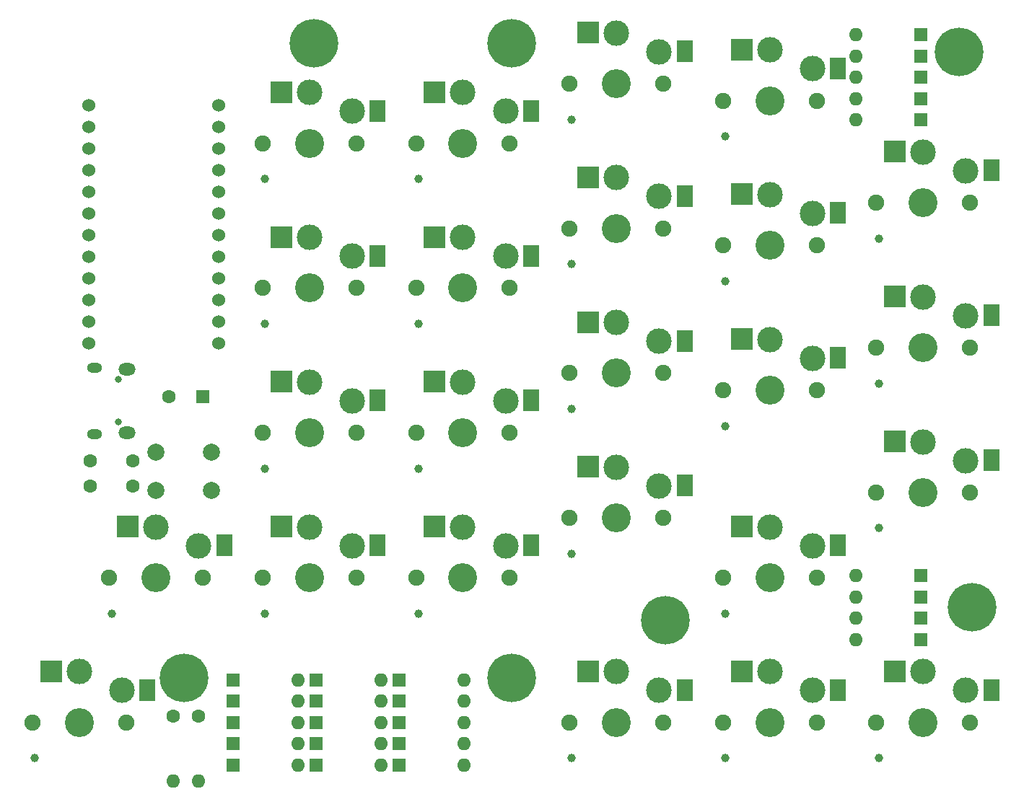
<source format=gbs>
%TF.GenerationSoftware,KiCad,Pcbnew,(5.99.0-12766-g4a3658027e)*%
%TF.CreationDate,2021-12-04T14:11:47+09:00*%
%TF.ProjectId,right,72696768-742e-46b6-9963-61645f706362,rev?*%
%TF.SameCoordinates,Original*%
%TF.FileFunction,Soldermask,Bot*%
%TF.FilePolarity,Negative*%
%FSLAX46Y46*%
G04 Gerber Fmt 4.6, Leading zero omitted, Abs format (unit mm)*
G04 Created by KiCad (PCBNEW (5.99.0-12766-g4a3658027e)) date 2021-12-04 14:11:47*
%MOMM*%
%LPD*%
G01*
G04 APERTURE LIST*
%ADD10R,1.600000X1.600000*%
%ADD11O,1.600000X1.600000*%
%ADD12C,1.600000*%
%ADD13C,3.000000*%
%ADD14C,3.400000*%
%ADD15C,1.900000*%
%ADD16C,0.990600*%
%ADD17R,2.600000X2.600000*%
%ADD18R,1.950000X2.600000*%
%ADD19C,2.000000*%
%ADD20C,1.524000*%
%ADD21C,5.700000*%
%ADD22O,0.800000X0.800000*%
%ADD23O,1.800000X1.150000*%
%ADD24O,2.000000X1.450000*%
G04 APERTURE END LIST*
D10*
%TO.C,D24*%
X265750000Y-20500000D03*
D11*
X258130000Y-20500000D03*
%TD*%
D10*
%TO.C,D27*%
X185000000Y-96250000D03*
D11*
X192620000Y-96250000D03*
%TD*%
D10*
%TO.C,D28*%
X265750000Y-84000000D03*
D11*
X258130000Y-84000000D03*
%TD*%
D10*
%TO.C,D29*%
X265750000Y-23000000D03*
D11*
X258130000Y-23000000D03*
%TD*%
D10*
%TO.C,D30*%
X204500000Y-98750000D03*
D11*
X212120000Y-98750000D03*
%TD*%
D10*
%TO.C,D32*%
X185000000Y-98750000D03*
D11*
X192620000Y-98750000D03*
%TD*%
D10*
%TO.C,D34*%
X265750000Y-25500000D03*
D11*
X258130000Y-25500000D03*
%TD*%
D10*
%TO.C,D35*%
X204500000Y-101250000D03*
D11*
X212120000Y-101250000D03*
%TD*%
D10*
%TO.C,D38*%
X265750000Y-86500000D03*
D11*
X258130000Y-86500000D03*
%TD*%
D10*
%TO.C,D40*%
X204500000Y-103750000D03*
D11*
X212120000Y-103750000D03*
%TD*%
D10*
%TO.C,D41*%
X194750000Y-103750000D03*
D11*
X202370000Y-103750000D03*
%TD*%
D10*
%TO.C,D42*%
X185000000Y-103750000D03*
D11*
X192620000Y-103750000D03*
%TD*%
D10*
%TO.C,D43*%
X265750000Y-30500000D03*
D11*
X258130000Y-30500000D03*
%TD*%
D10*
%TO.C,D44*%
X204500000Y-106250000D03*
D11*
X212120000Y-106250000D03*
%TD*%
D10*
%TO.C,D45*%
X194750000Y-106250000D03*
D11*
X202370000Y-106250000D03*
%TD*%
D12*
%TO.C,R3*%
X178000000Y-100500000D03*
D11*
X178000000Y-108120000D03*
%TD*%
D13*
%TO.C,SW24*%
X199000000Y-29500000D03*
X194000000Y-27300000D03*
D14*
X194000000Y-33250000D03*
D15*
X188500000Y-33250000D03*
D16*
X188780000Y-37450000D03*
D15*
X199500000Y-33250000D03*
D17*
X190700000Y-27250000D03*
D18*
X202000000Y-29450000D03*
%TD*%
D15*
%TO.C,SW25*%
X199500000Y-50250000D03*
D16*
X188780000Y-54450000D03*
D15*
X188500000Y-50250000D03*
D13*
X194000000Y-44300000D03*
X199000000Y-46500000D03*
D14*
X194000000Y-50250000D03*
D17*
X190700000Y-44250000D03*
D18*
X202000000Y-46450000D03*
%TD*%
D14*
%TO.C,SW26*%
X194000000Y-67250000D03*
D15*
X188500000Y-67250000D03*
D16*
X188780000Y-71450000D03*
D15*
X199500000Y-67250000D03*
D13*
X194000000Y-61300000D03*
X199000000Y-63500000D03*
D17*
X190700000Y-61250000D03*
D18*
X202000000Y-63450000D03*
%TD*%
D16*
%TO.C,SW28*%
X224780000Y-105450000D03*
D14*
X230000000Y-101250000D03*
D13*
X235000000Y-97500000D03*
D15*
X235500000Y-101250000D03*
D13*
X230000000Y-95300000D03*
D15*
X224500000Y-101250000D03*
D17*
X226700000Y-95250000D03*
D18*
X238000000Y-97450000D03*
%TD*%
D14*
%TO.C,SW29*%
X212000000Y-33250000D03*
D16*
X206780000Y-37450000D03*
D15*
X217500000Y-33250000D03*
D13*
X212000000Y-27300000D03*
X217000000Y-29500000D03*
D15*
X206500000Y-33250000D03*
D17*
X208700000Y-27250000D03*
D18*
X220000000Y-29450000D03*
%TD*%
D13*
%TO.C,SW30*%
X217000000Y-46500000D03*
X212000000Y-44300000D03*
D15*
X206500000Y-50250000D03*
D14*
X212000000Y-50250000D03*
D16*
X206780000Y-54450000D03*
D15*
X217500000Y-50250000D03*
D17*
X208700000Y-44250000D03*
D18*
X220000000Y-46450000D03*
%TD*%
D14*
%TO.C,SW31*%
X212000000Y-67250000D03*
D15*
X206500000Y-67250000D03*
X217500000Y-67250000D03*
D13*
X212000000Y-61300000D03*
X217000000Y-63500000D03*
D16*
X206780000Y-71450000D03*
D17*
X208700000Y-61250000D03*
D18*
X220000000Y-63450000D03*
%TD*%
D15*
%TO.C,SW33*%
X253500000Y-84250000D03*
D13*
X253000000Y-80500000D03*
D16*
X242780000Y-88450000D03*
D15*
X242500000Y-84250000D03*
D14*
X248000000Y-84250000D03*
D13*
X248000000Y-78300000D03*
D17*
X244700000Y-78250000D03*
D18*
X256000000Y-80450000D03*
%TD*%
D16*
%TO.C,SW34*%
X224780000Y-30450000D03*
D15*
X235500000Y-26250000D03*
D13*
X230000000Y-20300000D03*
D14*
X230000000Y-26250000D03*
D13*
X235000000Y-22500000D03*
D15*
X224500000Y-26250000D03*
D17*
X226700000Y-20250000D03*
D18*
X238000000Y-22450000D03*
%TD*%
D16*
%TO.C,SW35*%
X224780000Y-47450000D03*
D14*
X230000000Y-43250000D03*
D15*
X224500000Y-43250000D03*
X235500000Y-43250000D03*
D13*
X230000000Y-37300000D03*
X235000000Y-39500000D03*
D17*
X226700000Y-37250000D03*
D18*
X238000000Y-39450000D03*
%TD*%
D15*
%TO.C,SW36*%
X235500000Y-60250000D03*
D13*
X235000000Y-56500000D03*
D15*
X224500000Y-60250000D03*
D14*
X230000000Y-60250000D03*
D13*
X230000000Y-54300000D03*
D16*
X224780000Y-64450000D03*
D17*
X226700000Y-54250000D03*
D18*
X238000000Y-56450000D03*
%TD*%
D15*
%TO.C,SW38*%
X253500000Y-101250000D03*
D13*
X253000000Y-97500000D03*
X248000000Y-95300000D03*
D15*
X242500000Y-101250000D03*
D14*
X248000000Y-101250000D03*
D16*
X242780000Y-105450000D03*
D17*
X244700000Y-95250000D03*
D18*
X256000000Y-97450000D03*
%TD*%
D13*
%TO.C,SW39*%
X248000000Y-22300000D03*
X253000000Y-24500000D03*
D15*
X242500000Y-28250000D03*
D16*
X242780000Y-32450000D03*
D15*
X253500000Y-28250000D03*
D14*
X248000000Y-28250000D03*
D17*
X244700000Y-22250000D03*
D18*
X256000000Y-24450000D03*
%TD*%
D15*
%TO.C,SW40*%
X242500000Y-45250000D03*
X253500000Y-45250000D03*
D16*
X242780000Y-49450000D03*
D14*
X248000000Y-45250000D03*
D13*
X253000000Y-41500000D03*
X248000000Y-39300000D03*
D17*
X244700000Y-39250000D03*
D18*
X256000000Y-41450000D03*
%TD*%
D13*
%TO.C,SW41*%
X248000000Y-56300000D03*
D15*
X242500000Y-62250000D03*
D16*
X242780000Y-66450000D03*
D13*
X253000000Y-58500000D03*
D15*
X253500000Y-62250000D03*
D14*
X248000000Y-62250000D03*
D17*
X244700000Y-56250000D03*
D18*
X256000000Y-58450000D03*
%TD*%
D13*
%TO.C,SW43*%
X266000000Y-34300000D03*
D15*
X260500000Y-40250000D03*
D14*
X266000000Y-40250000D03*
D13*
X271000000Y-36500000D03*
D16*
X260780000Y-44450000D03*
D15*
X271500000Y-40250000D03*
D17*
X262700000Y-34250000D03*
D18*
X274000000Y-36450000D03*
%TD*%
D13*
%TO.C,SW44*%
X266000000Y-51300000D03*
D16*
X260780000Y-61450000D03*
D14*
X266000000Y-57250000D03*
D13*
X271000000Y-53500000D03*
D15*
X260500000Y-57250000D03*
X271500000Y-57250000D03*
D17*
X262700000Y-51250000D03*
D18*
X274000000Y-53450000D03*
%TD*%
D15*
%TO.C,SW45*%
X260500000Y-74250000D03*
D13*
X271000000Y-70500000D03*
D14*
X266000000Y-74250000D03*
D15*
X271500000Y-74250000D03*
D16*
X260780000Y-78450000D03*
D13*
X266000000Y-68300000D03*
D17*
X262700000Y-68250000D03*
D18*
X274000000Y-70450000D03*
%TD*%
D19*
%TO.C,SW48*%
X176000000Y-74000000D03*
X182500000Y-74000000D03*
X176000000Y-69500000D03*
X182500000Y-69500000D03*
%TD*%
D20*
%TO.C,U2*%
X183361400Y-28772000D03*
X183361400Y-31312000D03*
X183361400Y-33852000D03*
X183361400Y-36392000D03*
X183361400Y-38932000D03*
X183361400Y-41472000D03*
X183361400Y-44012000D03*
X183361400Y-46552000D03*
X183361400Y-49092000D03*
X183361400Y-51632000D03*
X183361400Y-54172000D03*
X183361400Y-56712000D03*
X168141400Y-56712000D03*
X168141400Y-54172000D03*
X168141400Y-51632000D03*
X168141400Y-49092000D03*
X168141400Y-46552000D03*
X168141400Y-44012000D03*
X168141400Y-41472000D03*
X168141400Y-38932000D03*
X168141400Y-36392000D03*
X168141400Y-33852000D03*
X168141400Y-31312000D03*
X168141400Y-28772000D03*
%TD*%
D10*
%TO.C,D25*%
X204500000Y-96250000D03*
D11*
X212120000Y-96250000D03*
%TD*%
D10*
%TO.C,D26*%
X194750000Y-96250000D03*
D11*
X202370000Y-96250000D03*
%TD*%
D10*
%TO.C,D31*%
X194750000Y-98750000D03*
D11*
X202370000Y-98750000D03*
%TD*%
D10*
%TO.C,D33*%
X265750000Y-89000000D03*
D11*
X258130000Y-89000000D03*
%TD*%
D10*
%TO.C,D36*%
X194750000Y-101250000D03*
D11*
X202370000Y-101250000D03*
%TD*%
D10*
%TO.C,D37*%
X185000000Y-101250000D03*
D11*
X192620000Y-101250000D03*
%TD*%
D10*
%TO.C,D39*%
X265750000Y-28000000D03*
D11*
X258130000Y-28000000D03*
%TD*%
D13*
%TO.C,SW37*%
X199000000Y-80500000D03*
D14*
X194000000Y-84250000D03*
D15*
X188500000Y-84250000D03*
D13*
X194000000Y-78300000D03*
D15*
X199500000Y-84250000D03*
D16*
X188780000Y-88450000D03*
D17*
X190700000Y-78250000D03*
D18*
X202000000Y-80450000D03*
%TD*%
D14*
%TO.C,SW42*%
X212000000Y-84250000D03*
D15*
X206500000Y-84250000D03*
D13*
X217000000Y-80500000D03*
X212000000Y-78300000D03*
D15*
X217500000Y-84250000D03*
D16*
X206780000Y-88450000D03*
D17*
X208700000Y-78250000D03*
D18*
X220000000Y-80450000D03*
%TD*%
D15*
%TO.C,SW32*%
X181500000Y-84250000D03*
X170500000Y-84250000D03*
D16*
X170780000Y-88450000D03*
D14*
X176000000Y-84250000D03*
D13*
X181000000Y-80500000D03*
X176000000Y-78300000D03*
D17*
X172700000Y-78250000D03*
D18*
X184000000Y-80450000D03*
%TD*%
D14*
%TO.C,SW27*%
X167000000Y-101250000D03*
D15*
X172500000Y-101250000D03*
D13*
X167000000Y-95300000D03*
D15*
X161500000Y-101250000D03*
D16*
X161780000Y-105450000D03*
D13*
X172000000Y-97500000D03*
D17*
X163700000Y-95250000D03*
D18*
X175000000Y-97450000D03*
%TD*%
D10*
%TO.C,D46*%
X185000000Y-106250000D03*
D11*
X192620000Y-106250000D03*
%TD*%
D15*
%TO.C,SW46*%
X224500000Y-77250000D03*
D14*
X230000000Y-77250000D03*
D13*
X230000000Y-71300000D03*
D16*
X224780000Y-81450000D03*
D13*
X235000000Y-73500000D03*
D15*
X235500000Y-77250000D03*
D17*
X226700000Y-71250000D03*
D18*
X238000000Y-73450000D03*
%TD*%
D12*
%TO.C,R4*%
X181000000Y-100500000D03*
D11*
X181000000Y-108120000D03*
%TD*%
D21*
%TO.C,H15*%
X270250000Y-22500000D03*
%TD*%
D10*
%TO.C,D48*%
X265750000Y-91500000D03*
D11*
X258130000Y-91500000D03*
%TD*%
D21*
%TO.C,H10*%
X271750000Y-87750000D03*
%TD*%
%TO.C,H11*%
X179250000Y-96000000D03*
%TD*%
%TO.C,H14*%
X217750000Y-96000000D03*
%TD*%
D22*
%TO.C,J2*%
X171550000Y-66000000D03*
X171550000Y-61000000D03*
D23*
X168800000Y-59625000D03*
D24*
X172600000Y-59775000D03*
D23*
X168800000Y-67375000D03*
D24*
X172600000Y-67225000D03*
%TD*%
D21*
%TO.C,H13*%
X235750000Y-89250000D03*
%TD*%
D10*
%TO.C,BZ2*%
X181500000Y-63000000D03*
D12*
X177500000Y-63000000D03*
%TD*%
D21*
%TO.C,H9*%
X217750000Y-21500000D03*
%TD*%
D14*
%TO.C,SW50*%
X266000000Y-101250000D03*
D13*
X271000000Y-97500000D03*
X266000000Y-95300000D03*
D15*
X271500000Y-101250000D03*
X260500000Y-101250000D03*
D16*
X260780000Y-105450000D03*
D17*
X262700000Y-95250000D03*
D18*
X274000000Y-97450000D03*
%TD*%
D21*
%TO.C,H12*%
X194500000Y-21500000D03*
%TD*%
D12*
%TO.C,C4*%
X173250000Y-70500000D03*
X168250000Y-70500000D03*
%TD*%
%TO.C,C3*%
X173250000Y-73500000D03*
X168250000Y-73500000D03*
%TD*%
M02*

</source>
